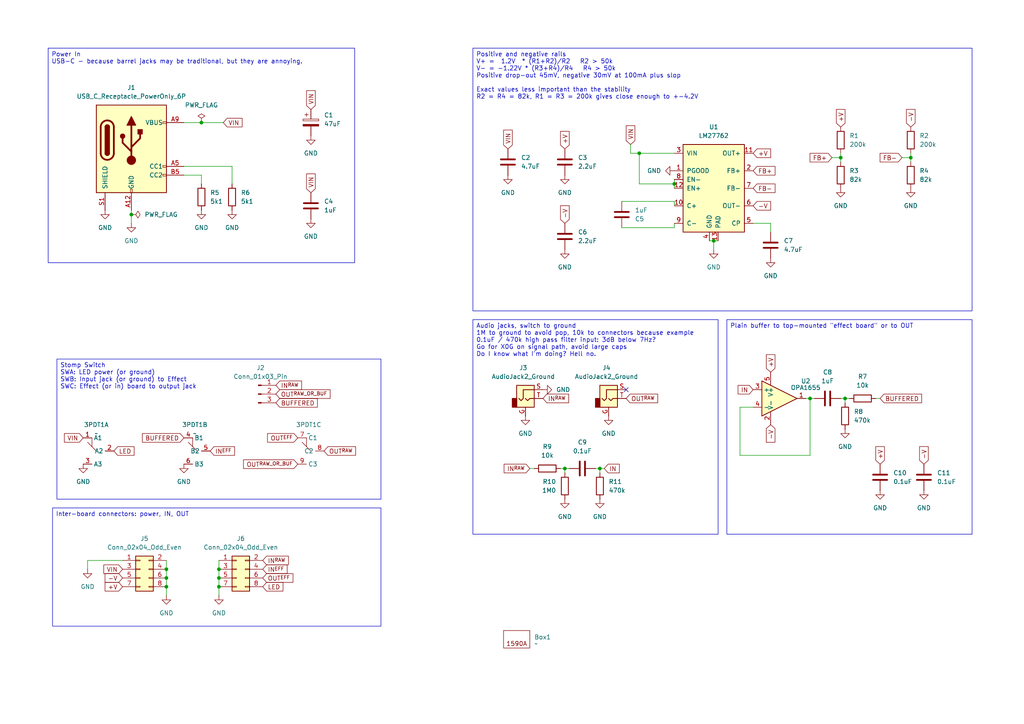
<source format=kicad_sch>
(kicad_sch (version 20231120) (generator "eeschema") (generator_version "8.0")
  (paper "A4")
  (title_block (title "Base board with USB-C in and LDO power rails") (date "2025-02-28") (rev "v1.0"))
  (lib_symbols
    (symbol "Connector:Conn_01x03_Pin" (pin_names (offset 1.016) hide)
      (property "Reference" "J" (at 0 5.08 0))
      (property "Value" "Conn_01x03_Pin" (at 0 -5.08 0))
      (symbol "Conn_01x03_Pin_1_1"
        (polyline (pts (xy 1.27 -2.54) (xy 0.8636 -2.54)) (stroke (width 0.1524)))
        (polyline (pts (xy 1.27 0) (xy 0.8636 0)) (stroke (width 0.1524)))
        (polyline (pts (xy 1.27 2.54) (xy 0.8636 2.54)) (stroke (width 0.1524)))
        (rectangle (start 0.8636 -2.413) (end 0 -2.667) (stroke (width 0.1524)) (fill (type outline)))
        (rectangle (start 0.8636 0.127) (end 0 -0.127) (stroke (width 0.1524)) (fill (type outline)))
        (rectangle (start 0.8636 2.667) (end 0 2.413) (stroke (width 0.1524)) (fill (type outline)))
        (pin passive line (at 5.08 2.54 180) (length 3.81) (name "Pin_1") (number "1"))
        (pin passive line (at 5.08 0 180) (length 3.81) (name "Pin_2") (number "2"))
        (pin passive line (at 5.08 -2.54 180) (length 3.81) (name "Pin_3") (number "3"))
      )
    )
    (symbol "Connector:USB_C_Receptacle_PowerOnly_6P" (pin_names (offset 1.016))
      (property "Reference" "J" (at 0 16.51 0))
      (property "Value" "USB_C_Receptacle_PowerOnly_6P" (at 0 13.97 0))
      (symbol "USB_C_Receptacle_PowerOnly_6P_0_0"
        (rectangle (start -0.254 -12.7) (end 0.254 -11.684))
        (rectangle (start 10.16 -7.366) (end 9.144 -7.874))
        (rectangle (start 10.16 -4.826) (end 9.144 -5.334))
        (rectangle (start 10.16 7.874) (end 9.144 7.366))
      )
      (symbol "USB_C_Receptacle_PowerOnly_6P_0_1"
        (rectangle (start -10.16 12.7) (end 10.16 -12.7) (stroke (width 0.254)) (fill (type background)))
        (arc (start -8.89 -1.27) (mid -6.985 -3.1667) (end -5.08 -1.27) (stroke (width 0.508)))
        (arc (start -7.62 -1.27) (mid -6.985 -1.9023) (end -6.35 -1.27) (stroke (width 0.254)))
        (arc (start -7.62 -1.27) (mid -6.985 -1.9023) (end -6.35 -1.27) (stroke (width 0.254)) (fill (type outline)))
        (rectangle (start -7.62 -1.27) (end -6.35 6.35) (stroke (width 0.254)) (fill (type outline)))
        (arc (start -6.35 6.35) (mid -6.985 6.9823) (end -7.62 6.35) (stroke (width 0.254)))
        (arc (start -6.35 6.35) (mid -6.985 6.9823) (end -7.62 6.35) (stroke (width 0.254)) (fill (type outline)))
        (arc (start -5.08 6.35) (mid -6.985 8.2467) (end -8.89 6.35) (stroke (width 0.508)))
        (circle (center -2.54 3.683) (radius 0.635) (stroke (width 0.254)) (fill (type outline)))
        (circle (center 0 -3.302) (radius 1.27) (fill (type outline)))
        (polyline (pts (xy -8.89 -1.27) (xy -8.89 6.35)) (stroke (width 0.508)))
        (polyline (pts (xy -5.08 6.35) (xy -5.08 -1.27)) (stroke (width 0.508)))
        (polyline (pts (xy 0 -3.302) (xy 0 6.858)) (stroke (width 0.508)))
        (polyline (pts (xy 0 -0.762) (xy -2.54 1.778) (xy -2.54 3.048)) (stroke (width 0.508)))
        (polyline (pts (xy 0 0.508) (xy 2.54 3.048) (xy 2.54 4.318)) (stroke (width 0.508)))
        (polyline (pts (xy -1.27 6.858) (xy 0 9.398) (xy 1.27 6.858) (xy -1.27 6.858)) (stroke (width 0.254)) (fill (type outline)))
        (rectangle (start 1.905 4.318) (end 3.175 5.588) (stroke (width 0.254)) (fill (type outline)))
      )
      (symbol "USB_C_Receptacle_PowerOnly_6P_1_1"
        (pin passive line (at 0 -17.78 90) (length 5.08) (name "GND") (number "A12"))
        (pin bidirectional line (at 15.24 -5.08 180) (length 5.08) (name "CC1") (number "A5"))
        (pin passive line (at 15.24 7.62 180) (length 5.08) (name "VBUS") (number "A9"))
        (pin passive line (at 0 -17.78 90) (length 5.08) hide (name "GND") (number "B12"))
        (pin bidirectional line (at 15.24 -7.62 180) (length 5.08) (name "CC2") (number "B5"))
        (pin passive line (at 15.24 7.62 180) (length 5.08) hide (name "VBUS") (number "B9"))
        (pin passive line (at -7.62 -17.78 90) (length 5.08) (name "SHIELD") (number "S1"))
      )
    )
    (symbol "Connector_Audio:AudioJack2_Ground"
      (property "Reference" "J" (at 0 8.89 0))
      (property "Value" "AudioJack2_Ground" (at 0 6.35 0))
      (symbol "AudioJack2_Ground_0_1"
        (rectangle (start -2.54 -2.54) (end -3.81 0) (stroke (width 0.254)) (fill (type outline)))
        (polyline (pts (xy 0 0) (xy 0.635 -0.635) (xy 1.27 0) (xy 2.54 0)) (stroke (width 0.254)))
        (polyline (pts (xy 2.54 2.54) (xy -0.635 2.54) (xy -0.635 0) (xy -1.27 -0.635) (xy -1.905 0)) (stroke (width 0.254)))
        (rectangle (start 2.54 3.81) (end -2.54 -2.54) (stroke (width 0.254)) (fill (type background)))
      )
      (symbol "AudioJack2_Ground_1_1"
        (pin passive line (at 0 -5.08 90) (length 2.54) (name "~") (number "G"))
        (pin passive line (at 5.08 2.54 180) (length 2.54) (name "~") (number "S"))
        (pin passive line (at 5.08 0 180) (length 2.54) (name "~") (number "T"))
      )
    )
    (symbol "Connector_Generic:Conn_02x04_Odd_Even" (pin_names (offset 1.016) hide)
      (property "Reference" "J" (at 1.27 5.08 0))
      (property "Value" "Conn_02x04_Odd_Even" (at 1.27 -7.62 0))
      (symbol "Conn_02x04_Odd_Even_1_1"
        (rectangle (start -1.27 -4.953) (end 0 -5.207) (stroke (width 0.1524)))
        (rectangle (start -1.27 -2.413) (end 0 -2.667) (stroke (width 0.1524)))
        (rectangle (start -1.27 0.127) (end 0 -0.127) (stroke (width 0.1524)))
        (rectangle (start -1.27 2.667) (end 0 2.413) (stroke (width 0.1524)))
        (rectangle (start -1.27 3.81) (end 3.81 -6.35) (stroke (width 0.254)) (fill (type background)))
        (rectangle (start 3.81 -4.953) (end 2.54 -5.207) (stroke (width 0.1524)))
        (rectangle (start 3.81 -2.413) (end 2.54 -2.667) (stroke (width 0.1524)))
        (rectangle (start 3.81 0.127) (end 2.54 -0.127) (stroke (width 0.1524)))
        (rectangle (start 3.81 2.667) (end 2.54 2.413) (stroke (width 0.1524)))
        (pin passive line (at -5.08 2.54 0) (length 3.81) (name "Pin_1") (number "1"))
        (pin passive line (at 7.62 2.54 180) (length 3.81) (name "Pin_2") (number "2"))
        (pin passive line (at -5.08 0 0) (length 3.81) (name "Pin_3") (number "3"))
        (pin passive line (at 7.62 0 180) (length 3.81) (name "Pin_4") (number "4"))
        (pin passive line (at -5.08 -2.54 0) (length 3.81) (name "Pin_5") (number "5"))
        (pin passive line (at 7.62 -2.54 180) (length 3.81) (name "Pin_6") (number "6"))
        (pin passive line (at -5.08 -5.08 0) (length 3.81) (name "Pin_7") (number "7"))
        (pin passive line (at 7.62 -5.08 180) (length 3.81) (name "Pin_8") (number "8"))
      )
    )
    (symbol "Device:C" (pin_numbers hide) (pin_names (offset 0.254))
      (property "Reference" "C" (at 0.635 2.54 0))
      (property "Value" "C" (at 0.635 -2.54 0))
      (symbol "C_0_1"
        (polyline (pts (xy -2.032 -0.762) (xy 2.032 -0.762)) (stroke (width 0.508)))
        (polyline (pts (xy -2.032 0.762) (xy 2.032 0.762)) (stroke (width 0.508)))
      )
      (symbol "C_1_1"
        (pin passive line (at 0 3.81 270) (length 2.794) (name "~") (number "1"))
        (pin passive line (at 0 -3.81 90) (length 2.794) (name "~") (number "2"))
      )
    )
    (symbol "Device:C_Polarized" (pin_numbers hide) (pin_names (offset 0.254))
      (property "Reference" "C" (at 0.635 2.54 0))
      (property "Value" "C_Polarized" (at 0.635 -2.54 0))
      (symbol "C_Polarized_0_1"
        (rectangle (start -2.286 0.508) (end 2.286 1.016))
        (polyline (pts (xy -1.778 2.286) (xy -0.762 2.286)))
        (polyline (pts (xy -1.27 2.794) (xy -1.27 1.778)))
        (rectangle (start 2.286 -0.508) (end -2.286 -1.016) (fill (type outline)))
      )
      (symbol "C_Polarized_1_1"
        (pin passive line (at 0 3.81 270) (length 2.794) (name "~") (number "1"))
        (pin passive line (at 0 -3.81 90) (length 2.794) (name "~") (number "2"))
      )
    )
    (symbol "Device:R" (pin_numbers hide) (pin_names (offset 0))
      (property "Reference" "R" (at 2.032 0 90))
      (property "Value" "R" (at 0 0 90))
      (symbol "R_0_1"
        (rectangle (start -1.016 -2.54) (end 1.016 2.54) (stroke (width 0.254)))
      )
      (symbol "R_1_1"
        (pin passive line (at 0 3.81 270) (length 1.27) (name "~") (number "1"))
        (pin passive line (at 0 -3.81 90) (length 1.27) (name "~") (number "2"))
      )
    )
    (symbol "Mylib:3PDT"
      (property "Reference" "3PDT" (at 0 0 0))
      (symbol "3PDT_0_1"
        (polyline (pts (xy 0 -3.81) (xy 0 -6.35)))
        (polyline (pts (xy 1.27 -7.62) (xy -1.27 -5.08)))
      )
      (symbol "3PDT_1_1"
        (pin passive line (at -2.54 -3.81 0) (length 2.54) (name "A1") (number "1"))
        (pin passive line (at 6.35 -7.62 180) (length 2.54) (name "A2") (number "2"))
        (pin passive line (at -2.54 -11.43 0) (length 2.54) (name "A3") (number "3"))
      )
      (symbol "3PDT_2_1"
        (pin passive line (at -2.54 -3.81 0) (length 2.54) (name "B1") (number "4"))
        (pin passive line (at 5.08 -7.62 180) (length 2.54) (name "B2") (number "5"))
        (pin passive line (at -2.54 -11.43 0) (length 2.54) (name "B3") (number "6"))
      )
      (symbol "3PDT_3_1"
        (pin passive line (at -2.54 -3.81 0) (length 2.54) (name "C1") (number "7"))
        (pin passive line (at 5.08 -7.62 180) (length 2.54) (name "C2") (number "8"))
        (pin passive line (at -2.54 -11.43 0) (length 2.54) (name "C3") (number "9"))
      )
    )
    (symbol "Mylib:Enclosure_1590A"
      (property "Reference" "Box" (at 0 0 0))
      (symbol "Enclosure_1590A_0_1"
        (rectangle (start -3.81 1.27) (end 3.81 -3.81))
      )
      (symbol "Enclosure_1590A_1_1"
        (text "1590A" (at 0 -2.54 0) (effects (font (size 1.27 1.27))))
      )
    )
    (symbol "Mylib:OPA1655DVB"
      (property "Reference" "U" (at -6.35 6.35 0))
      (symbol "OPA1655DVB_0_1"
        (polyline (pts (xy 0 5.08) (xy 10.16 0) (xy 0 -5.08) (xy 0 5.08)) (stroke (width 0.254)) (fill (type background)))
        (pin power_in line (at 2.54 -7.62 90) (length 3.81) (name "V-") (number "2"))
        (pin power_in line (at 2.54 7.62 270) (length 3.81) (name "V+") (number "5"))
      )
      (symbol "OPA1655DVB_1_1"
        (pin output line (at 12.7 0 180) (length 2.54) (name "~") (number "1"))
        (pin input line (at -2.54 2.54 0) (length 2.54) (name "+") (number "3"))
        (pin input line (at -2.54 -2.54 0) (length 2.54) (name "-") (number "4"))
      )
    )
    (symbol "Regulator_SwitchedCapacitor:LM27762" (pin_names (offset 1.016))
      (property "Reference" "U" (at -6.604 8.89 0))
      (property "Value" "LM27762" (at 6.096 8.89 0))
      (symbol "LM27762_0_1"
        (rectangle (start -7.62 7.62) (end 10.16 -17.78) (stroke (width 0.254)) (fill (type background)))
      )
      (symbol "LM27762_1_1"
        (pin open_collector line (at -10.16 0 0) (length 2.54) (name "PGOOD") (number "1"))
        (pin passive line (at -10.16 -10.16 0) (length 2.54) (name "C+") (number "10"))
        (pin power_out line (at 12.7 5.08 180) (length 2.54) (name "OUT+") (number "11"))
        (pin input line (at -10.16 -5.08 0) (length 2.54) (name "EN+") (number "12"))
        (pin power_in line (at 2.54 -20.32 90) (length 2.54) (name "PAD") (number "13"))
        (pin input line (at 12.7 0 180) (length 2.54) (name "FB+") (number "2"))
        (pin power_in line (at -10.16 5.08 0) (length 2.54) (name "VIN") (number "3"))
        (pin power_in line (at 0 -20.32 90) (length 2.54) (name "GND") (number "4"))
        (pin passive line (at 12.7 -15.24 180) (length 2.54) (name "CP") (number "5"))
        (pin power_out line (at 12.7 -10.16 180) (length 2.54) (name "OUT-") (number "6"))
        (pin input line (at 12.7 -5.08 180) (length 2.54) (name "FB-") (number "7"))
        (pin input line (at -10.16 -2.54 0) (length 2.54) (name "EN-") (number "8"))
        (pin passive line (at -10.16 -15.24 0) (length 2.54) (name "C-") (number "9"))
      )
    )
    (symbol "power:GND" (power) (pin_numbers hide) (pin_names (offset 0) hide)
      (property "Value" "GND" (at 0 -3.81 0))
      (symbol "GND_0_1"
        (polyline (pts (xy 0 0) (xy 0 -1.27) (xy 1.27 -1.27) (xy 0 -2.54) (xy -1.27 -1.27) (xy 0 -1.27)))
      )
      (symbol "GND_1_1"
        (pin power_in line (at 0 0 270) (length 0) (name "~") (number "1"))
      )
    )
    (symbol "power:PWR_FLAG" (power) (pin_numbers hide) (pin_names (offset 0) hide)
      (property "Value" "PWR_FLAG" (at 0 3.81 0))
      (symbol "PWR_FLAG_0_0"
        (pin power_out line (at 0 0 90) (length 0) (name "~") (number "1"))
      )
      (symbol "PWR_FLAG_0_1"
        (polyline (pts (xy 0 0) (xy 0 1.27) (xy -1.016 1.905) (xy 0 2.54) (xy 1.016 1.905) (xy 0 1.27)))
      )
    )
  )
  (junction (at 63.5 167.64))
  (junction (at 58.42 35.56))
  (junction (at 207.01 69.85))
  (junction (at 243.84 45.72))
  (junction (at 38.1 62.23))
  (junction (at 185.42 44.45))
  (junction (at 48.26 167.64))
  (junction (at 48.26 165.1))
  (junction (at 63.5 165.1))
  (junction (at 264.16 45.72))
  (junction (at 48.26 170.18))
  (junction (at 245.11 115.57))
  (junction (at 63.5 170.18))
  (junction (at 173.99 135.89))
  (junction (at 234.95 115.57))
  (junction (at 163.83 135.89))
  (junction (at 195.58 53.34))
  (no_connect (at 181.61 113.03))
  (wire (pts (xy 48.26 170.18) (xy 48.26 172.72)))
  (wire (pts (xy 264.16 45.72) (xy 264.16 46.99)))
  (wire (pts (xy 207.01 69.85) (xy 207.01 72.39)))
  (wire (pts (xy 254 115.57) (xy 255.27 115.57)))
  (wire (pts (xy 35.56 162.56) (xy 25.4 162.56)))
  (wire (pts (xy 67.31 48.26) (xy 67.31 53.34)))
  (wire (pts (xy 163.83 135.89) (xy 163.83 137.16)))
  (wire (pts (xy 234.95 115.57) (xy 234.95 132.08)))
  (wire (pts (xy 185.42 53.34) (xy 185.42 44.45)))
  (wire (pts (xy 173.99 135.89) (xy 175.26 135.89)))
  (wire (pts (xy 261.62 45.72) (xy 264.16 45.72)))
  (wire (pts (xy 214.63 132.08) (xy 214.63 118.11)))
  (wire (pts (xy 63.5 162.56) (xy 63.5 165.1)))
  (wire (pts (xy 163.83 135.89) (xy 165.1 135.89)))
  (wire (pts (xy 234.95 132.08) (xy 214.63 132.08)))
  (wire (pts (xy 207.01 69.85) (xy 208.28 69.85)))
  (wire (pts (xy 236.22 115.57) (xy 234.95 115.57)))
  (wire (pts (xy 195.58 58.42) (xy 195.58 59.69)))
  (wire (pts (xy 38.1 62.23) (xy 38.1 60.96)))
  (wire (pts (xy 63.5 165.1) (xy 63.5 167.64)))
  (wire (pts (xy 173.99 135.89) (xy 173.99 137.16)))
  (wire (pts (xy 182.88 41.91) (xy 182.88 44.45)))
  (wire (pts (xy 53.34 50.8) (xy 58.42 50.8)))
  (wire (pts (xy 243.84 45.72) (xy 243.84 46.99)))
  (wire (pts (xy 58.42 50.8) (xy 58.42 53.34)))
  (wire (pts (xy 48.26 167.64) (xy 48.26 170.18)))
  (wire (pts (xy 58.42 35.56) (xy 53.34 35.56)))
  (wire (pts (xy 153.67 135.89) (xy 154.94 135.89)))
  (wire (pts (xy 218.44 64.77) (xy 223.52 64.77)))
  (wire (pts (xy 223.52 64.77) (xy 223.52 67.31)))
  (wire (pts (xy 195.58 66.04) (xy 195.58 64.77)))
  (wire (pts (xy 195.58 53.34) (xy 195.58 54.61)))
  (wire (pts (xy 25.4 162.56) (xy 25.4 165.1)))
  (wire (pts (xy 48.26 165.1) (xy 48.26 167.64)))
  (wire (pts (xy 53.34 48.26) (xy 67.31 48.26)))
  (wire (pts (xy 182.88 44.45) (xy 185.42 44.45)))
  (wire (pts (xy 185.42 53.34) (xy 195.58 53.34)))
  (wire (pts (xy 38.1 64.77) (xy 38.1 62.23)))
  (wire (pts (xy 63.5 170.18) (xy 63.5 172.72)))
  (wire (pts (xy 180.34 66.04) (xy 195.58 66.04)))
  (wire (pts (xy 245.11 115.57) (xy 246.38 115.57)))
  (wire (pts (xy 180.34 58.42) (xy 195.58 58.42)))
  (wire (pts (xy 241.3 45.72) (xy 243.84 45.72)))
  (wire (pts (xy 185.42 44.45) (xy 195.58 44.45)))
  (wire (pts (xy 214.63 118.11) (xy 218.44 118.11)))
  (wire (pts (xy 172.72 135.89) (xy 173.99 135.89)))
  (wire (pts (xy 243.84 115.57) (xy 245.11 115.57)))
  (wire (pts (xy 233.68 115.57) (xy 234.95 115.57)))
  (wire (pts (xy 245.11 115.57) (xy 245.11 116.84)))
  (wire (pts (xy 205.74 69.85) (xy 207.01 69.85)))
  (wire (pts (xy 264.16 44.45) (xy 264.16 45.72)))
  (wire (pts (xy 195.58 52.07) (xy 195.58 53.34)))
  (wire (pts (xy 63.5 167.64) (xy 63.5 170.18)))
  (wire (pts (xy 243.84 44.45) (xy 243.84 45.72)))
  (wire (pts (xy 64.77 35.56) (xy 58.42 35.56)))
  (wire (pts (xy 48.26 162.56) (xy 48.26 165.1)))
  (wire (pts (xy 162.56 135.89) (xy 163.83 135.89)))
  (text_box "Audio jacks, switch to ground\n1M to ground to avoid pop, 10k to connectors because example\n0.1uF / 470k high pass filter input: 3dB below 7Hz?\nGo for X0G on signal path, avoid large caps\nDo I know what I'm doing? Hell no." (at 137.16 92.71 0) (size 71.12 62.23) (effects (font (size 1.27 1.27)) (justify left top)))
  (text_box "Positive and negative rails\nV+ =  1.2V  * (R1+R2)/R2   R2 > 50k\nV- = -1.22V * (R3+R4)/R4   R4 > 50k\nPositive drop-out 45mV, negative 30mV at 100mA plus slop\n\nExact values less important than the stability\nR2 = R4 = 82k, R1 = R3 = 200k gives close enough to +-4.2V" (at 137.16 13.97 0) (size 144.78 76.2) (effects (font (size 1.27 1.27)) (justify left top)))
  (text_box "Plain buffer to top-mounted \"effect board\" or to OUT" (at 210.82 92.71 0) (size 71.12 62.23) (effects (font (size 1.27 1.27)) (justify left top)))
  (text_box "Inter-board connectors: power, IN, OUT" (at 15.24 147.32 0) (size 95.25 34.29) (effects (font (size 1.27 1.27)) (justify left top)))
  (text_box "Power In\nUSB-C - because barrel jacks may be traditional, but they are annoying." (at 13.97 13.97 0) (size 88.9 62.23) (effects (font (size 1.27 1.27)) (justify left top)))
  (text_box "Stomp Switch\nSWA: LED power (or ground)\nSWB: Input jack (or ground) to Effect\nSWC: Effect (or in) board to output jack" (at 16.51 104.14 0) (size 93.98 40.64) (effects (font (size 1.27 1.27)) (justify left top)))
  (global_label "IN^{EFF}" (shape input) (at 60.96 130.81 0) (property "Intersheetrefs" "${INTERSHEET_REFS}" (effects (hide yes))))
  (global_label "IN^{RAW}" (shape input) (at 76.2 162.56 0) (property "Intersheetrefs" "${INTERSHEET_REFS}" (effects (hide yes))))
  (global_label "OUT^{RAW_OR_BUF}" (shape input) (at 86.36 134.62 180) (property "Intersheetrefs" "${INTERSHEET_REFS}" (effects (hide yes))))
  (global_label "BUFFERED" (shape input) (at 80.01 116.84 0) (property "Intersheetrefs" "${INTERSHEET_REFS}" (effects (hide yes))))
  (global_label "BUFFERED" (shape input) (at 53.34 127 180) (property "Intersheetrefs" "${INTERSHEET_REFS}" (effects (hide yes))))
  (global_label "FB+" (shape input) (at 241.3 45.72 180) (property "Intersheetrefs" "${INTERSHEET_REFS}" (effects (hide yes))))
  (global_label "-V" (shape input) (at 218.44 59.69 0) (property "Intersheetrefs" "${INTERSHEET_REFS}" (effects (hide yes))))
  (global_label "IN" (shape input) (at 175.26 135.89 0) (property "Intersheetrefs" "${INTERSHEET_REFS}" (effects (hide yes))))
  (global_label "VIN" (shape input) (at 64.77 35.56 0) (property "Intersheetrefs" "${INTERSHEET_REFS}" (effects (hide yes))))
  (global_label "OUT^{RAW}" (shape input) (at 181.61 115.57 0) (property "Intersheetrefs" "${INTERSHEET_REFS}" (effects (hide yes))))
  (global_label "VIN" (shape input) (at 90.17 55.88 90) (property "Intersheetrefs" "${INTERSHEET_REFS}" (effects (hide yes))))
  (global_label "VIN" (shape input) (at 24.13 127 180) (property "Intersheetrefs" "${INTERSHEET_REFS}" (effects (hide yes))))
  (global_label "OUT^{EFF}" (shape input) (at 86.36 127 180) (property "Intersheetrefs" "${INTERSHEET_REFS}" (effects (hide yes))))
  (global_label "VIN" (shape input) (at 147.32 43.18 90) (property "Intersheetrefs" "${INTERSHEET_REFS}" (effects (hide yes))))
  (global_label "-V" (shape input) (at 223.52 123.19 270) (property "Intersheetrefs" "${INTERSHEET_REFS}" (effects (hide yes))))
  (global_label "VIN" (shape input) (at 182.88 41.91 90) (property "Intersheetrefs" "${INTERSHEET_REFS}" (effects (hide yes))))
  (global_label "FB+" (shape input) (at 218.44 49.53 0) (property "Intersheetrefs" "${INTERSHEET_REFS}" (effects (hide yes))))
  (global_label "IN^{RAW}" (shape input) (at 157.48 115.57 0) (property "Intersheetrefs" "${INTERSHEET_REFS}" (effects (hide yes))))
  (global_label "+V" (shape input) (at 255.27 134.62 90) (property "Intersheetrefs" "${INTERSHEET_REFS}" (effects (hide yes))))
  (global_label "IN^{RAW}" (shape input) (at 80.01 111.76 0) (property "Intersheetrefs" "${INTERSHEET_REFS}" (effects (hide yes))))
  (global_label "+V" (shape input) (at 163.83 43.18 90) (property "Intersheetrefs" "${INTERSHEET_REFS}" (effects (hide yes))))
  (global_label "IN^{RAW}" (shape input) (at 153.67 135.89 180) (property "Intersheetrefs" "${INTERSHEET_REFS}" (effects (hide yes))))
  (global_label "OUT^{RAW_OR_BUF}" (shape input) (at 80.01 114.3 0) (property "Intersheetrefs" "${INTERSHEET_REFS}" (effects (hide yes))))
  (global_label "LED" (shape input) (at 76.2 170.18 0) (property "Intersheetrefs" "${INTERSHEET_REFS}" (effects (hide yes))))
  (global_label "IN" (shape input) (at 218.44 113.03 180) (property "Intersheetrefs" "${INTERSHEET_REFS}" (effects (hide yes))))
  (global_label "-V" (shape input) (at 267.97 134.62 90) (property "Intersheetrefs" "${INTERSHEET_REFS}" (effects (hide yes))))
  (global_label "-V" (shape input) (at 35.56 167.64 180) (property "Intersheetrefs" "${INTERSHEET_REFS}" (effects (hide yes))))
  (global_label "BUFFERED" (shape input) (at 255.27 115.57 0) (property "Intersheetrefs" "${INTERSHEET_REFS}" (effects (hide yes))))
  (global_label "FB-" (shape input) (at 218.44 54.61 0) (property "Intersheetrefs" "${INTERSHEET_REFS}" (effects (hide yes))))
  (global_label "-V" (shape input) (at 163.83 64.77 90) (property "Intersheetrefs" "${INTERSHEET_REFS}" (effects (hide yes))))
  (global_label "+V" (shape input) (at 223.52 107.95 90) (property "Intersheetrefs" "${INTERSHEET_REFS}" (effects (hide yes))))
  (global_label "+V" (shape input) (at 35.56 170.18 180) (property "Intersheetrefs" "${INTERSHEET_REFS}" (effects (hide yes))))
  (global_label "OUT^{EFF}" (shape input) (at 76.2 167.64 0) (property "Intersheetrefs" "${INTERSHEET_REFS}" (effects (hide yes))))
  (global_label "LED" (shape input) (at 33.02 130.81 0) (property "Intersheetrefs" "${INTERSHEET_REFS}" (effects (hide yes))))
  (global_label "OUT^{RAW}" (shape input) (at 93.98 130.81 0) (property "Intersheetrefs" "${INTERSHEET_REFS}" (effects (hide yes))))
  (global_label "FB-" (shape input) (at 261.62 45.72 180) (property "Intersheetrefs" "${INTERSHEET_REFS}" (effects (hide yes))))
  (global_label "IN^{EFF}" (shape input) (at 76.2 165.1 0) (property "Intersheetrefs" "${INTERSHEET_REFS}" (effects (hide yes))))
  (global_label "-V" (shape input) (at 264.16 36.83 90) (property "Intersheetrefs" "${INTERSHEET_REFS}" (effects (hide yes))))
  (global_label "+V" (shape input) (at 243.84 36.83 90) (property "Intersheetrefs" "${INTERSHEET_REFS}" (effects (hide yes))))
  (global_label "VIN" (shape input) (at 90.17 31.75 90) (property "Intersheetrefs" "${INTERSHEET_REFS}" (effects (hide yes))))
  (global_label "VIN" (shape input) (at 35.56 165.1 180) (property "Intersheetrefs" "${INTERSHEET_REFS}" (effects (hide yes))))
  (global_label "+V" (shape input) (at 218.44 44.45 0) (property "Intersheetrefs" "${INTERSHEET_REFS}" (effects (hide yes))))
  (symbol (lib_id "power:GND") (at 163.83 72.39 0) (unit 1)
    (property "Reference" "#PWR12" (effects (hide yes)))
    (property "Value" "GND" (at 163.83 77.47 0))
    (property "Description" "Power symbol creates a global label with name \"GND\" , ground" (effects (hide yes)))
  )
  (symbol (lib_id "power:GND") (at 152.4 120.65 0) (unit 1)
    (property "Reference" "#PWR16" (effects (hide yes)))
    (property "Value" "GND" (at 152.4 125.73 0))
    (property "Description" "Power symbol creates a global label with name \"GND\" , ground" (effects (hide yes)))
  )
  (symbol (lib_id "Connector_Audio:AudioJack2_Ground") (at 152.4 115.57 0) (unit 1)
    (property "Reference" "J3" (at 151.765 106.68 0))
    (property "Value" "AudioJack2_Ground" (at 151.765 109.22 0))
    (property "Footprint" "Mylib:CK-6.35" (effects (hide yes)))
    (property "Description" "Audio Jack, 2 Poles (Mono / TS), Grounded Sleeve" (effects (hide yes)))
  )
  (symbol (lib_id "power:GND") (at 157.48 113.03 90) (unit 1)
    (property "Reference" "#PWR15" (effects (hide yes)))
    (property "Value" "GND" (at 161.29 113.0299 90) (effects (justify right)))
    (property "Description" "Power symbol creates a global label with name \"GND\" , ground" (effects (hide yes)))
  )
  (symbol (lib_id "power:GND") (at 90.17 39.37 0) (unit 1)
    (property "Reference" "#PWR1" (effects (hide yes)))
    (property "Value" "GND" (at 90.17 44.45 0))
    (property "Description" "Power symbol creates a global label with name \"GND\" , ground" (effects (hide yes)))
  )
  (symbol (lib_id "Device:C") (at 255.27 138.43 0) (unit 1)
    (property "Reference" "C10" (at 259.08 137.1599 0) (effects (justify left)))
    (property "Value" "0.1uF" (at 259.08 139.6999 0) (effects (justify left)))
    (property "Footprint" "Capacitor_SMD:C_1206_3216Metric_Pad1.33x1.80mm_HandSolder" (effects (hide yes)))
    (property "Description" "Unpolarized capacitor" (effects (hide yes)))
  )
  (symbol (lib_id "Device:C") (at 240.03 115.57 90) (unit 1)
    (property "Reference" "C8" (at 240.03 107.95 90))
    (property "Value" "1uF" (at 240.03 110.49 90))
    (property "Footprint" "Capacitor_SMD:C_1206_3216Metric_Pad1.33x1.80mm_HandSolder" (effects (hide yes)))
    (property "Description" "Unpolarized capacitor" (effects (hide yes)))
  )
  (symbol (lib_id "power:GND") (at 25.4 165.1 0) (unit 1)
    (property "Reference" "#PWR25" (effects (hide yes)))
    (property "Value" "GND" (at 25.4 170.18 0))
    (property "Description" "Power symbol creates a global label with name \"GND\" , ground" (effects (hide yes)))
  )
  (symbol (lib_id "Device:C_Polarized") (at 90.17 35.56 0) (unit 1)
    (property "Reference" "C1" (at 93.98 33.4009 0) (effects (justify left)))
    (property "Value" "47uF" (at 93.98 35.9409 0) (effects (justify left)))
    (property "Footprint" "Capacitor_THT:CP_Radial_D5.0mm_P2.00mm" (effects (hide yes)))
    (property "Description" "Polarized capacitor" (effects (hide yes)))
  )
  (symbol (lib_id "Device:C") (at 163.83 68.58 0) (unit 1)
    (property "Reference" "C6" (at 167.64 67.3099 0) (effects (justify left)))
    (property "Value" "2.2uF" (at 167.64 69.8499 0) (effects (justify left)))
    (property "Footprint" "Capacitor_SMD:C_1206_3216Metric_Pad1.33x1.80mm_HandSolder" (effects (hide yes)))
    (property "Description" "Unpolarized capacitor" (effects (hide yes)))
  )
  (symbol (lib_id "Connector:Conn_01x03_Pin") (at 74.93 114.3 0) (unit 1)
    (property "Reference" "J2" (at 75.565 106.68 0))
    (property "Value" "Conn_01x03_Pin" (at 75.565 109.22 0))
    (property "Footprint" "Connector_PinHeader_2.54mm:PinHeader_1x03_P2.54mm_Vertical" (effects (hide yes)))
    (property "Description" "Generic connector, single row, 01x03, script generated" (effects (hide yes)))
  )
  (symbol (lib_id "power:GND") (at 48.26 172.72 0) (unit 1)
    (property "Reference" "#PWR26" (effects (hide yes)))
    (property "Value" "GND" (at 48.26 177.8 0))
    (property "Description" "Power symbol creates a global label with name \"GND\" , ground" (effects (hide yes)))
  )
  (symbol (lib_id "power:GND") (at 163.83 144.78 0) (unit 1)
    (property "Reference" "#PWR23" (effects (hide yes)))
    (property "Value" "GND" (at 163.83 149.86 0))
    (property "Description" "Power symbol creates a global label with name \"GND\" , ground" (effects (hide yes)))
  )
  (symbol (lib_id "Device:C") (at 90.17 59.69 0) (unit 1)
    (property "Reference" "C4" (at 93.98 58.4199 0) (effects (justify left)))
    (property "Value" "1uF" (at 93.98 60.9599 0) (effects (justify left)))
    (property "Footprint" "Capacitor_SMD:C_1206_3216Metric_Pad1.33x1.80mm_HandSolder" (effects (hide yes)))
    (property "Description" "Unpolarized capacitor" (effects (hide yes)))
  )
  (symbol (lib_id "power:GND") (at 38.1 64.77 0) (unit 1)
    (property "Reference" "#PWR11" (effects (hide yes)))
    (property "Value" "GND" (at 38.1 69.85 0))
    (property "Description" "Power symbol creates a global label with name \"GND\" , ground" (effects (hide yes)))
  )
  (symbol (lib_id "power:GND") (at 67.31 60.96 0) (unit 1)
    (property "Reference" "#PWR9" (effects (hide yes)))
    (property "Value" "GND" (at 67.31 66.04 0))
    (property "Description" "Power symbol creates a global label with name \"GND\" , ground" (effects (hide yes)))
  )
  (symbol (lib_id "Device:R") (at 245.11 120.65 0) (unit 1)
    (property "Reference" "R8" (at 247.65 119.3799 0) (effects (justify left)))
    (property "Value" "470k" (at 247.65 121.9199 0) (effects (justify left)))
    (property "Footprint" "Resistor_SMD:R_0805_2012Metric_Pad1.20x1.40mm_HandSolder" (effects (hide yes)))
    (property "Description" "Resistor" (effects (hide yes)))
  )
  (symbol (lib_id "Device:C") (at 147.32 46.99 0) (unit 1)
    (property "Reference" "C2" (at 151.13 45.7199 0) (effects (justify left)))
    (property "Value" "4.7uF" (at 151.13 48.2599 0) (effects (justify left)))
    (property "Footprint" "Capacitor_SMD:C_1206_3216Metric_Pad1.33x1.80mm_HandSolder" (effects (hide yes)))
    (property "Description" "Unpolarized capacitor" (effects (hide yes)))
  )
  (symbol (lib_id "power:GND") (at 264.16 54.61 0) (unit 1)
    (property "Reference" "#PWR6" (effects (hide yes)))
    (property "Value" "GND" (at 264.16 59.69 0))
    (property "Description" "Power symbol creates a global label with name \"GND\" , ground" (effects (hide yes)))
  )
  (symbol (lib_id "power:GND") (at 255.27 142.24 0) (unit 1)
    (property "Reference" "#PWR21" (effects (hide yes)))
    (property "Value" "GND" (at 255.27 147.32 0))
    (property "Description" "Power symbol creates a global label with name \"GND\" , ground" (effects (hide yes)))
  )
  (symbol (lib_id "Mylib:OPA1655DVB") (at 220.98 115.57 0) (unit 1)
    (property "Reference" "U2" (at 233.68 110.5214 0))
    (property "Value" "OPA1655" (at 233.68 112.4265 0))
    (property "Footprint" "Package_TO_SOT_SMD:SOT-23-5_HandSoldering" (effects (hide yes)))
    (property "Datasheet" "https://www.ti.com/lit/ds/symlink/opa1655.pdf" (effects (hide yes)))
    (property "Description" "Ultra-Low-Noise, Low-Distortion, FET-Input Audio Operational Amplifier" (effects (hide yes)))
  )
  (symbol (lib_id "Device:R") (at 158.75 135.89 90) (unit 1)
    (property "Reference" "R9" (at 158.75 129.54 90))
    (property "Value" "10k" (at 158.75 132.08 90))
    (property "Footprint" "Resistor_SMD:R_0805_2012Metric_Pad1.20x1.40mm_HandSolder" (effects (hide yes)))
    (property "Description" "Resistor" (effects (hide yes)))
  )
  (symbol (lib_id "Device:C") (at 168.91 135.89 90) (unit 1)
    (property "Reference" "C9" (at 168.91 128.27 90))
    (property "Value" "0.1uF" (at 168.91 130.81 90))
    (property "Footprint" "Capacitor_SMD:C_1206_3216Metric_Pad1.33x1.80mm_HandSolder" (effects (hide yes)))
    (property "Description" "Unpolarized capacitor" (effects (hide yes)))
  )
  (symbol (lib_id "power:GND") (at 207.01 72.39 0) (unit 1)
    (property "Reference" "#PWR13" (effects (hide yes)))
    (property "Value" "GND" (at 207.01 77.47 0))
    (property "Description" "Power symbol creates a global label with name \"GND\" , ground" (effects (hide yes)))
  )
  (symbol (lib_id "power:GND") (at 223.52 74.93 0) (unit 1)
    (property "Reference" "#PWR14" (effects (hide yes)))
    (property "Value" "GND" (at 223.52 80.01 0))
    (property "Description" "Power symbol creates a global label with name \"GND\" , ground" (effects (hide yes)))
  )
  (symbol (lib_id "power:PWR_FLAG") (at 38.1 62.23 270) (unit 1)
    (property "Reference" "#FLG2" (effects (hide yes)))
    (property "Value" "PWR_FLAG" (at 41.91 62.2299 90) (effects (justify left)))
    (property "Description" "Special symbol for telling ERC where power comes from" (effects (hide yes)))
  )
  (symbol (lib_id "Device:C") (at 163.83 46.99 0) (unit 1)
    (property "Reference" "C3" (at 167.64 45.7199 0) (effects (justify left)))
    (property "Value" "2.2uF" (at 167.64 48.2599 0) (effects (justify left)))
    (property "Footprint" "Capacitor_SMD:C_1206_3216Metric_Pad1.33x1.80mm_HandSolder" (effects (hide yes)))
    (property "Description" "Unpolarized capacitor" (effects (hide yes)))
  )
  (symbol (lib_id "Mylib:3PDT") (at 55.88 123.19 0) (unit 2)
    (property "Reference" "3PDT1" (at 56.515 123.19 0))
    (property "Value" "~" (at 56.515 125.73 0))
    (property "Footprint" "Mylib:3PDT-Stomp-Switch" (effects (hide yes)))
  )
  (symbol (lib_id "power:GND") (at 195.58 49.53 270) (unit 1)
    (property "Reference" "#PWR2" (effects (hide yes)))
    (property "Value" "GND" (at 191.77 49.5299 90) (effects (justify right)))
    (property "Description" "Power symbol creates a global label with name \"GND\" , ground" (effects (hide yes)))
  )
  (symbol (lib_id "Device:R") (at 243.84 40.64 0) (unit 1)
    (property "Reference" "R1" (at 246.38 39.3699 0) (effects (justify left)))
    (property "Value" "200k" (at 246.38 41.9099 0) (effects (justify left)))
    (property "Footprint" "Resistor_SMD:R_0805_2012Metric_Pad1.20x1.40mm_HandSolder" (effects (hide yes)))
    (property "Description" "Resistor" (effects (hide yes)))
  )
  (symbol (lib_id "power:GND") (at 30.48 60.96 0) (unit 1)
    (property "Reference" "#PWR7" (effects (hide yes)))
    (property "Value" "GND" (at 30.48 66.04 0))
    (property "Description" "Power symbol creates a global label with name \"GND\" , ground" (effects (hide yes)))
  )
  (symbol (lib_id "Device:C") (at 267.97 138.43 0) (unit 1)
    (property "Reference" "C11" (at 271.78 137.1599 0) (effects (justify left)))
    (property "Value" "0.1uF" (at 271.78 139.6999 0) (effects (justify left)))
    (property "Footprint" "Capacitor_SMD:C_1206_3216Metric_Pad1.33x1.80mm_HandSolder" (effects (hide yes)))
    (property "Description" "Unpolarized capacitor" (effects (hide yes)))
  )
  (symbol (lib_id "Connector:USB_C_Receptacle_PowerOnly_6P") (at 38.1 43.18 0) (unit 1)
    (property "Reference" "J1" (at 38.1 25.4 0))
    (property "Value" "USB_C_Receptacle_PowerOnly_6P" (at 38.1 27.94 0))
    (property "Footprint" "Connector_USB:USB_C_Receptacle_GCT_USB4125-xx-x-0190_6P_TopMnt_Horizontal" (effects (hide yes)))
    (property "Datasheet" "https://www.usb.org/sites/default/files/documents/usb_type-c.zip" (effects (hide yes)))
    (property "Description" "USB Power-Only 6P Type-C Receptacle connector" (effects (hide yes)))
  )
  (symbol (lib_id "power:GND") (at 176.53 120.65 0) (unit 1)
    (property "Reference" "#PWR17" (effects (hide yes)))
    (property "Value" "GND" (at 176.53 125.73 0))
    (property "Description" "Power symbol creates a global label with name \"GND\" , ground" (effects (hide yes)))
  )
  (symbol (lib_id "Mylib:Enclosure_1590A") (at 149.86 184.15 0) (unit 1)
    (property "Reference" "Box1" (at 154.94 184.7849 0) (effects (justify left)))
    (property "Value" "~" (at 154.94 186.69 0) (effects (justify left)))
    (property "Footprint" "Mylib:1590A" (effects (hide yes)))
  )
  (symbol (lib_id "power:GND") (at 147.32 50.8 0) (unit 1)
    (property "Reference" "#PWR3" (effects (hide yes)))
    (property "Value" "GND" (at 147.32 55.88 0))
    (property "Description" "Power symbol creates a global label with name \"GND\" , ground" (effects (hide yes)))
  )
  (symbol (lib_id "power:GND") (at 90.17 63.5 0) (unit 1)
    (property "Reference" "#PWR10" (effects (hide yes)))
    (property "Value" "GND" (at 90.17 68.58 0))
    (property "Description" "Power symbol creates a global label with name \"GND\" , ground" (effects (hide yes)))
  )
  (symbol (lib_id "Device:R") (at 163.83 140.97 0) (mirror y) (unit 1)
    (property "Reference" "R10" (at 161.29 139.6999 0) (effects (justify left)))
    (property "Value" "1M0" (at 161.29 142.2399 0) (effects (justify left)))
    (property "Footprint" "Resistor_SMD:R_0805_2012Metric_Pad1.20x1.40mm_HandSolder" (effects (hide yes)))
    (property "Description" "Resistor" (effects (hide yes)))
  )
  (symbol (lib_id "Connector_Generic:Conn_02x04_Odd_Even") (at 68.58 165.1 0) (unit 1)
    (property "Reference" "J6" (at 69.85 156.21 0))
    (property "Value" "Conn_02x04_Odd_Even" (at 69.85 158.75 0))
    (property "Footprint" "Connector_PinHeader_2.54mm:PinHeader_2x04_P2.54mm_Vertical" (effects (hide yes)))
    (property "Description" "Generic connector, double row, 02x04, odd/even pin numbering scheme (row 1 odd numbers, row 2 even numbers), script generated (kicad-library-utils/schlib/autogen/connector/)" (effects (hide yes)))
  )
  (symbol (lib_id "power:GND") (at 63.5 172.72 0) (mirror y) (unit 1)
    (property "Reference" "#PWR27" (effects (hide yes)))
    (property "Value" "GND" (at 63.5 177.8 0))
    (property "Description" "Power symbol creates a global label with name \"GND\" , ground" (effects (hide yes)))
  )
  (symbol (lib_id "power:GND") (at 245.11 124.46 0) (unit 1)
    (property "Reference" "#PWR18" (effects (hide yes)))
    (property "Value" "GND" (at 245.11 129.54 0))
    (property "Description" "Power symbol creates a global label with name \"GND\" , ground" (effects (hide yes)))
  )
  (symbol (lib_id "power:GND") (at 243.84 54.61 0) (unit 1)
    (property "Reference" "#PWR5" (effects (hide yes)))
    (property "Value" "GND" (at 243.84 59.69 0))
    (property "Description" "Power symbol creates a global label with name \"GND\" , ground" (effects (hide yes)))
  )
  (symbol (lib_id "Mylib:3PDT") (at 26.67 123.19 0) (unit 1)
    (property "Reference" "3PDT1" (at 27.94 123.19 0))
    (property "Value" "~" (at 27.94 125.73 0))
    (property "Footprint" "Mylib:3PDT-Stomp-Switch" (effects (hide yes)))
  )
  (symbol (lib_id "Device:C") (at 180.34 62.23 0) (mirror x) (unit 1)
    (property "Reference" "C5" (at 184.15 63.5001 0) (effects (justify left)))
    (property "Value" "1uF" (at 184.15 60.9601 0) (effects (justify left)))
    (property "Footprint" "Capacitor_SMD:C_1206_3216Metric_Pad1.33x1.80mm_HandSolder" (effects (hide yes)))
    (property "Description" "Unpolarized capacitor" (effects (hide yes)))
  )
  (symbol (lib_id "power:GND") (at 163.83 50.8 0) (unit 1)
    (property "Reference" "#PWR4" (effects (hide yes)))
    (property "Value" "GND" (at 163.83 55.88 0))
    (property "Description" "Power symbol creates a global label with name \"GND\" , ground" (effects (hide yes)))
  )
  (symbol (lib_id "Device:R") (at 264.16 40.64 0) (unit 1)
    (property "Reference" "R2" (at 266.7 39.3699 0) (effects (justify left)))
    (property "Value" "200k" (at 266.7 41.9099 0) (effects (justify left)))
    (property "Footprint" "Resistor_SMD:R_0805_2012Metric_Pad1.20x1.40mm_HandSolder" (effects (hide yes)))
    (property "Description" "Resistor" (effects (hide yes)))
  )
  (symbol (lib_id "Connector_Generic:Conn_02x04_Odd_Even") (at 40.64 165.1 0) (unit 1)
    (property "Reference" "J5" (at 41.91 156.21 0))
    (property "Value" "Conn_02x04_Odd_Even" (at 41.91 158.75 0))
    (property "Footprint" "Connector_PinHeader_2.54mm:PinHeader_2x04_P2.54mm_Vertical" (effects (hide yes)))
    (property "Description" "Generic connector, double row, 02x04, odd/even pin numbering scheme (row 1 odd numbers, row 2 even numbers), script generated (kicad-library-utils/schlib/autogen/connector/)" (effects (hide yes)))
  )
  (symbol (lib_id "Device:R") (at 264.16 50.8 0) (unit 1)
    (property "Reference" "R4" (at 266.7 49.5299 0) (effects (justify left)))
    (property "Value" "82k" (at 266.7 52.0699 0) (effects (justify left)))
    (property "Footprint" "Resistor_SMD:R_0805_2012Metric_Pad1.20x1.40mm_HandSolder" (effects (hide yes)))
    (property "Description" "Resistor" (effects (hide yes)))
  )
  (symbol (lib_id "power:GND") (at 267.97 142.24 0) (unit 1)
    (property "Reference" "#PWR22" (effects (hide yes)))
    (property "Value" "GND" (at 267.97 147.32 0))
    (property "Description" "Power symbol creates a global label with name \"GND\" , ground" (effects (hide yes)))
  )
  (symbol (lib_id "power:PWR_FLAG") (at 58.42 35.56 0) (unit 1)
    (property "Reference" "#FLG1" (effects (hide yes)))
    (property "Value" "PWR_FLAG" (at 58.42 30.48 0))
    (property "Description" "Special symbol for telling ERC where power comes from" (effects (hide yes)))
  )
  (symbol (lib_id "power:GND") (at 58.42 60.96 0) (unit 1)
    (property "Reference" "#PWR8" (effects (hide yes)))
    (property "Value" "GND" (at 58.42 66.04 0))
    (property "Description" "Power symbol creates a global label with name \"GND\" , ground" (effects (hide yes)))
  )
  (symbol (lib_id "Device:R") (at 58.42 57.15 0) (unit 1)
    (property "Reference" "R5" (at 60.96 55.8799 0) (effects (justify left)))
    (property "Value" "5k1" (at 60.96 58.4199 0) (effects (justify left)))
    (property "Footprint" "Resistor_SMD:R_0805_2012Metric_Pad1.20x1.40mm_HandSolder" (effects (hide yes)))
    (property "Description" "Resistor" (effects (hide yes)))
  )
  (symbol (lib_id "power:GND") (at 53.34 134.62 0) (unit 1)
    (property "Reference" "#PWR20" (effects (hide yes)))
    (property "Value" "GND" (at 53.34 139.7 0))
    (property "Description" "Power symbol creates a global label with name \"GND\" , ground" (effects (hide yes)))
  )
  (symbol (lib_id "Regulator_SwitchedCapacitor:LM27762") (at 205.74 49.53 0) (unit 1)
    (property "Reference" "U1" (at 207.01 36.83 0))
    (property "Value" "LM27762" (at 207.01 39.37 0))
    (property "Footprint" "Package_SON:WSON-12-1EP_3x2mm_P0.5mm_EP1x2.65" (effects (hide yes)))
    (property "Datasheet" "http://www.ti.com/lit/ds/symlink/lm27762.pdf" (effects (hide yes)))
    (property "Description" "Low-noise inverting charge pump with both positive and negative LDO's, with 2.7V-5.5V input to +1.5 to +5V and -1.5 to -5V Output Voltage, WSON-12" (effects (hide yes)))
  )
  (symbol (lib_id "Device:R") (at 250.19 115.57 90) (unit 1)
    (property "Reference" "R7" (at 250.19 109.22 90))
    (property "Value" "10k" (at 250.19 111.76 90))
    (property "Footprint" "Resistor_SMD:R_0805_2012Metric_Pad1.20x1.40mm_HandSolder" (effects (hide yes)))
    (property "Description" "Resistor" (effects (hide yes)))
  )
  (symbol (lib_id "power:GND") (at 173.99 144.78 0) (unit 1)
    (property "Reference" "#PWR24" (effects (hide yes)))
    (property "Value" "GND" (at 173.99 149.86 0))
    (property "Description" "Power symbol creates a global label with name \"GND\" , ground" (effects (hide yes)))
  )
  (symbol (lib_id "power:GND") (at 24.13 134.62 0) (unit 1)
    (property "Reference" "#PWR19" (effects (hide yes)))
    (property "Value" "GND" (at 24.13 139.7 0))
    (property "Description" "Power symbol creates a global label with name \"GND\" , ground" (effects (hide yes)))
  )
  (symbol (lib_id "Device:R") (at 243.84 50.8 0) (unit 1)
    (property "Reference" "R3" (at 246.38 49.5299 0) (effects (justify left)))
    (property "Value" "82k" (at 246.38 52.0699 0) (effects (justify left)))
    (property "Footprint" "Resistor_SMD:R_0805_2012Metric_Pad1.20x1.40mm_HandSolder" (effects (hide yes)))
    (property "Description" "Resistor" (effects (hide yes)))
  )
  (symbol (lib_id "Device:R") (at 67.31 57.15 0) (unit 1)
    (property "Reference" "R6" (at 69.85 55.8799 0) (effects (justify left)))
    (property "Value" "5k1" (at 69.85 58.4199 0) (effects (justify left)))
    (property "Footprint" "Resistor_SMD:R_0805_2012Metric_Pad1.20x1.40mm_HandSolder" (effects (hide yes)))
    (property "Description" "Resistor" (effects (hide yes)))
  )
  (symbol (lib_id "Device:C") (at 223.52 71.12 0) (unit 1)
    (property "Reference" "C7" (at 227.33 69.8499 0) (effects (justify left)))
    (property "Value" "4.7uF" (at 227.33 72.3899 0) (effects (justify left)))
    (property "Footprint" "Capacitor_SMD:C_1206_3216Metric_Pad1.33x1.80mm_HandSolder" (effects (hide yes)))
    (property "Description" "Unpolarized capacitor" (effects (hide yes)))
  )
  (symbol (lib_id "Connector_Audio:AudioJack2_Ground") (at 176.53 115.57 0) (unit 1)
    (property "Reference" "J4" (at 175.895 106.68 0))
    (property "Value" "AudioJack2_Ground" (at 175.895 109.22 0))
    (property "Footprint" "Mylib:CK-6.35" (effects (hide yes)))
    (property "Description" "Audio Jack, 2 Poles (Mono / TS), Grounded Sleeve" (effects (hide yes)))
  )
  (symbol (lib_id "Device:R") (at 173.99 140.97 0) (unit 1)
    (property "Reference" "R11" (at 176.53 139.6999 0) (effects (justify left)))
    (property "Value" "470k" (at 176.53 142.2399 0) (effects (justify left)))
    (property "Footprint" "Resistor_SMD:R_0805_2012Metric_Pad1.20x1.40mm_HandSolder" (effects (hide yes)))
    (property "Description" "Resistor" (effects (hide yes)))
  )
  (symbol (lib_id "Mylib:3PDT") (at 88.9 123.19 0) (unit 3)
    (property "Reference" "3PDT1" (at 89.535 123.19 0))
    (property "Value" "~" (at 89.535 125.73 0))
    (property "Footprint" "Mylib:3PDT-Stomp-Switch" (effects (hide yes)))
  )
)
</source>
